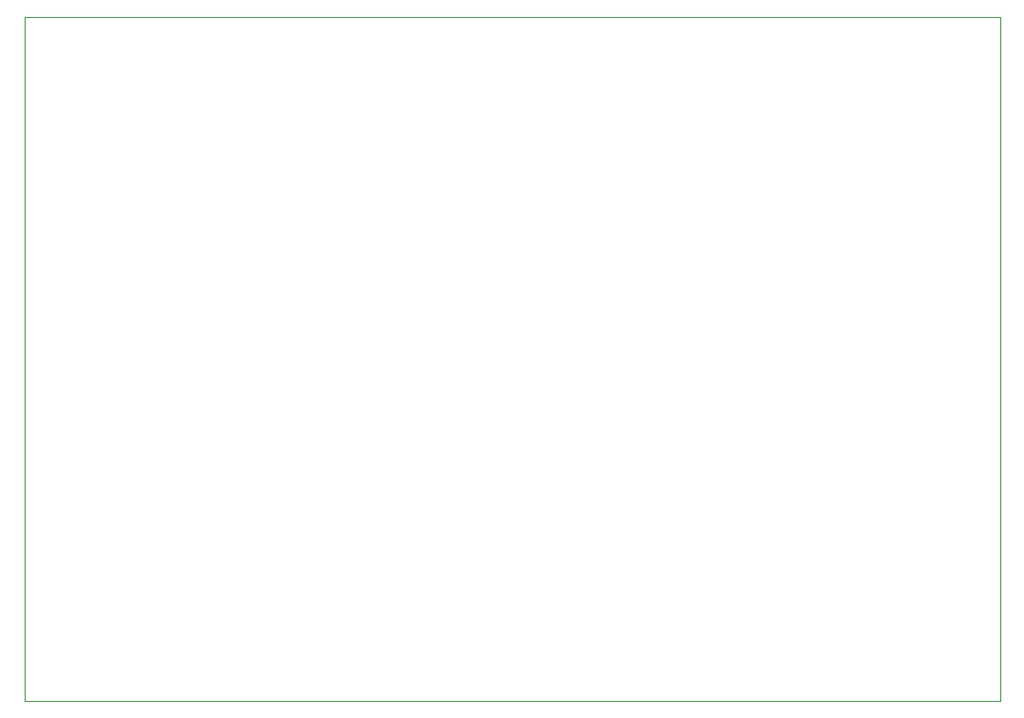
<source format=gm1>
%TF.GenerationSoftware,KiCad,Pcbnew,9.0.0*%
%TF.CreationDate,2025-04-09T17:39:02-07:00*%
%TF.ProjectId,Load Cell Amp Board,4c6f6164-2043-4656-9c6c-20416d702042,rev?*%
%TF.SameCoordinates,Original*%
%TF.FileFunction,Profile,NP*%
%FSLAX46Y46*%
G04 Gerber Fmt 4.6, Leading zero omitted, Abs format (unit mm)*
G04 Created by KiCad (PCBNEW 9.0.0) date 2025-04-09 17:39:02*
%MOMM*%
%LPD*%
G01*
G04 APERTURE LIST*
%TA.AperFunction,Profile*%
%ADD10C,0.050000*%
%TD*%
G04 APERTURE END LIST*
D10*
X111805437Y-75794562D02*
X198805437Y-75794562D01*
X198805437Y-136794562D01*
X111805437Y-136794562D01*
X111805437Y-75794562D01*
M02*

</source>
